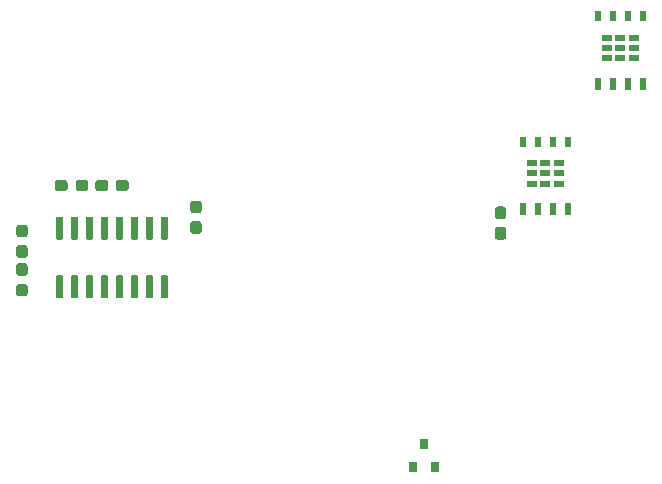
<source format=gbr>
G04 #@! TF.GenerationSoftware,KiCad,Pcbnew,5.1.5-52549c5~84~ubuntu18.04.1*
G04 #@! TF.CreationDate,2020-03-02T20:03:48-05:00*
G04 #@! TF.ProjectId,Port_Panel,506f7274-5f50-4616-9e65-6c2e6b696361,rev?*
G04 #@! TF.SameCoordinates,Original*
G04 #@! TF.FileFunction,Paste,Bot*
G04 #@! TF.FilePolarity,Positive*
%FSLAX46Y46*%
G04 Gerber Fmt 4.6, Leading zero omitted, Abs format (unit mm)*
G04 Created by KiCad (PCBNEW 5.1.5-52549c5~84~ubuntu18.04.1) date 2020-03-02 20:03:48*
%MOMM*%
%LPD*%
G04 APERTURE LIST*
%ADD10R,0.900000X0.600000*%
%ADD11R,0.600000X0.900000*%
%ADD12R,0.600000X1.050000*%
%ADD13C,0.100000*%
%ADD14R,0.800000X0.900000*%
G04 APERTURE END LIST*
D10*
X154305000Y-49345000D03*
D11*
X153705000Y-46645000D03*
D12*
X152395000Y-52365000D03*
X153665000Y-52365000D03*
X156215000Y-52365000D03*
X154945000Y-52365000D03*
D11*
X154905000Y-46645000D03*
X152425000Y-46645000D03*
X156185000Y-46645000D03*
D10*
X154305000Y-50195000D03*
X154305000Y-48495000D03*
X153155000Y-48495000D03*
X153155000Y-50195000D03*
X153155000Y-49345000D03*
X155455000Y-48495000D03*
X155455000Y-50195000D03*
X155455000Y-49345000D03*
D13*
G36*
X103892779Y-67548144D02*
G01*
X103915834Y-67551563D01*
X103938443Y-67557227D01*
X103960387Y-67565079D01*
X103981457Y-67575044D01*
X104001448Y-67587026D01*
X104020168Y-67600910D01*
X104037438Y-67616562D01*
X104053090Y-67633832D01*
X104066974Y-67652552D01*
X104078956Y-67672543D01*
X104088921Y-67693613D01*
X104096773Y-67715557D01*
X104102437Y-67738166D01*
X104105856Y-67761221D01*
X104107000Y-67784500D01*
X104107000Y-68359500D01*
X104105856Y-68382779D01*
X104102437Y-68405834D01*
X104096773Y-68428443D01*
X104088921Y-68450387D01*
X104078956Y-68471457D01*
X104066974Y-68491448D01*
X104053090Y-68510168D01*
X104037438Y-68527438D01*
X104020168Y-68543090D01*
X104001448Y-68556974D01*
X103981457Y-68568956D01*
X103960387Y-68578921D01*
X103938443Y-68586773D01*
X103915834Y-68592437D01*
X103892779Y-68595856D01*
X103869500Y-68597000D01*
X103394500Y-68597000D01*
X103371221Y-68595856D01*
X103348166Y-68592437D01*
X103325557Y-68586773D01*
X103303613Y-68578921D01*
X103282543Y-68568956D01*
X103262552Y-68556974D01*
X103243832Y-68543090D01*
X103226562Y-68527438D01*
X103210910Y-68510168D01*
X103197026Y-68491448D01*
X103185044Y-68471457D01*
X103175079Y-68450387D01*
X103167227Y-68428443D01*
X103161563Y-68405834D01*
X103158144Y-68382779D01*
X103157000Y-68359500D01*
X103157000Y-67784500D01*
X103158144Y-67761221D01*
X103161563Y-67738166D01*
X103167227Y-67715557D01*
X103175079Y-67693613D01*
X103185044Y-67672543D01*
X103197026Y-67652552D01*
X103210910Y-67633832D01*
X103226562Y-67616562D01*
X103243832Y-67600910D01*
X103262552Y-67587026D01*
X103282543Y-67575044D01*
X103303613Y-67565079D01*
X103325557Y-67557227D01*
X103348166Y-67551563D01*
X103371221Y-67548144D01*
X103394500Y-67547000D01*
X103869500Y-67547000D01*
X103892779Y-67548144D01*
G37*
G36*
X103892779Y-69298144D02*
G01*
X103915834Y-69301563D01*
X103938443Y-69307227D01*
X103960387Y-69315079D01*
X103981457Y-69325044D01*
X104001448Y-69337026D01*
X104020168Y-69350910D01*
X104037438Y-69366562D01*
X104053090Y-69383832D01*
X104066974Y-69402552D01*
X104078956Y-69422543D01*
X104088921Y-69443613D01*
X104096773Y-69465557D01*
X104102437Y-69488166D01*
X104105856Y-69511221D01*
X104107000Y-69534500D01*
X104107000Y-70109500D01*
X104105856Y-70132779D01*
X104102437Y-70155834D01*
X104096773Y-70178443D01*
X104088921Y-70200387D01*
X104078956Y-70221457D01*
X104066974Y-70241448D01*
X104053090Y-70260168D01*
X104037438Y-70277438D01*
X104020168Y-70293090D01*
X104001448Y-70306974D01*
X103981457Y-70318956D01*
X103960387Y-70328921D01*
X103938443Y-70336773D01*
X103915834Y-70342437D01*
X103892779Y-70345856D01*
X103869500Y-70347000D01*
X103394500Y-70347000D01*
X103371221Y-70345856D01*
X103348166Y-70342437D01*
X103325557Y-70336773D01*
X103303613Y-70328921D01*
X103282543Y-70318956D01*
X103262552Y-70306974D01*
X103243832Y-70293090D01*
X103226562Y-70277438D01*
X103210910Y-70260168D01*
X103197026Y-70241448D01*
X103185044Y-70221457D01*
X103175079Y-70200387D01*
X103167227Y-70178443D01*
X103161563Y-70155834D01*
X103158144Y-70132779D01*
X103157000Y-70109500D01*
X103157000Y-69534500D01*
X103158144Y-69511221D01*
X103161563Y-69488166D01*
X103167227Y-69465557D01*
X103175079Y-69443613D01*
X103185044Y-69422543D01*
X103197026Y-69402552D01*
X103210910Y-69383832D01*
X103226562Y-69366562D01*
X103243832Y-69350910D01*
X103262552Y-69337026D01*
X103282543Y-69325044D01*
X103303613Y-69315079D01*
X103325557Y-69307227D01*
X103348166Y-69301563D01*
X103371221Y-69298144D01*
X103394500Y-69297000D01*
X103869500Y-69297000D01*
X103892779Y-69298144D01*
G37*
G36*
X112437779Y-60486144D02*
G01*
X112460834Y-60489563D01*
X112483443Y-60495227D01*
X112505387Y-60503079D01*
X112526457Y-60513044D01*
X112546448Y-60525026D01*
X112565168Y-60538910D01*
X112582438Y-60554562D01*
X112598090Y-60571832D01*
X112611974Y-60590552D01*
X112623956Y-60610543D01*
X112633921Y-60631613D01*
X112641773Y-60653557D01*
X112647437Y-60676166D01*
X112650856Y-60699221D01*
X112652000Y-60722500D01*
X112652000Y-61197500D01*
X112650856Y-61220779D01*
X112647437Y-61243834D01*
X112641773Y-61266443D01*
X112633921Y-61288387D01*
X112623956Y-61309457D01*
X112611974Y-61329448D01*
X112598090Y-61348168D01*
X112582438Y-61365438D01*
X112565168Y-61381090D01*
X112546448Y-61394974D01*
X112526457Y-61406956D01*
X112505387Y-61416921D01*
X112483443Y-61424773D01*
X112460834Y-61430437D01*
X112437779Y-61433856D01*
X112414500Y-61435000D01*
X111839500Y-61435000D01*
X111816221Y-61433856D01*
X111793166Y-61430437D01*
X111770557Y-61424773D01*
X111748613Y-61416921D01*
X111727543Y-61406956D01*
X111707552Y-61394974D01*
X111688832Y-61381090D01*
X111671562Y-61365438D01*
X111655910Y-61348168D01*
X111642026Y-61329448D01*
X111630044Y-61309457D01*
X111620079Y-61288387D01*
X111612227Y-61266443D01*
X111606563Y-61243834D01*
X111603144Y-61220779D01*
X111602000Y-61197500D01*
X111602000Y-60722500D01*
X111603144Y-60699221D01*
X111606563Y-60676166D01*
X111612227Y-60653557D01*
X111620079Y-60631613D01*
X111630044Y-60610543D01*
X111642026Y-60590552D01*
X111655910Y-60571832D01*
X111671562Y-60554562D01*
X111688832Y-60538910D01*
X111707552Y-60525026D01*
X111727543Y-60513044D01*
X111748613Y-60503079D01*
X111770557Y-60495227D01*
X111793166Y-60489563D01*
X111816221Y-60486144D01*
X111839500Y-60485000D01*
X112414500Y-60485000D01*
X112437779Y-60486144D01*
G37*
G36*
X110687779Y-60486144D02*
G01*
X110710834Y-60489563D01*
X110733443Y-60495227D01*
X110755387Y-60503079D01*
X110776457Y-60513044D01*
X110796448Y-60525026D01*
X110815168Y-60538910D01*
X110832438Y-60554562D01*
X110848090Y-60571832D01*
X110861974Y-60590552D01*
X110873956Y-60610543D01*
X110883921Y-60631613D01*
X110891773Y-60653557D01*
X110897437Y-60676166D01*
X110900856Y-60699221D01*
X110902000Y-60722500D01*
X110902000Y-61197500D01*
X110900856Y-61220779D01*
X110897437Y-61243834D01*
X110891773Y-61266443D01*
X110883921Y-61288387D01*
X110873956Y-61309457D01*
X110861974Y-61329448D01*
X110848090Y-61348168D01*
X110832438Y-61365438D01*
X110815168Y-61381090D01*
X110796448Y-61394974D01*
X110776457Y-61406956D01*
X110755387Y-61416921D01*
X110733443Y-61424773D01*
X110710834Y-61430437D01*
X110687779Y-61433856D01*
X110664500Y-61435000D01*
X110089500Y-61435000D01*
X110066221Y-61433856D01*
X110043166Y-61430437D01*
X110020557Y-61424773D01*
X109998613Y-61416921D01*
X109977543Y-61406956D01*
X109957552Y-61394974D01*
X109938832Y-61381090D01*
X109921562Y-61365438D01*
X109905910Y-61348168D01*
X109892026Y-61329448D01*
X109880044Y-61309457D01*
X109870079Y-61288387D01*
X109862227Y-61266443D01*
X109856563Y-61243834D01*
X109853144Y-61220779D01*
X109852000Y-61197500D01*
X109852000Y-60722500D01*
X109853144Y-60699221D01*
X109856563Y-60676166D01*
X109862227Y-60653557D01*
X109870079Y-60631613D01*
X109880044Y-60610543D01*
X109892026Y-60590552D01*
X109905910Y-60571832D01*
X109921562Y-60554562D01*
X109938832Y-60538910D01*
X109957552Y-60525026D01*
X109977543Y-60513044D01*
X109998613Y-60503079D01*
X110020557Y-60495227D01*
X110043166Y-60489563D01*
X110066221Y-60486144D01*
X110089500Y-60485000D01*
X110664500Y-60485000D01*
X110687779Y-60486144D01*
G37*
G36*
X109022779Y-60486144D02*
G01*
X109045834Y-60489563D01*
X109068443Y-60495227D01*
X109090387Y-60503079D01*
X109111457Y-60513044D01*
X109131448Y-60525026D01*
X109150168Y-60538910D01*
X109167438Y-60554562D01*
X109183090Y-60571832D01*
X109196974Y-60590552D01*
X109208956Y-60610543D01*
X109218921Y-60631613D01*
X109226773Y-60653557D01*
X109232437Y-60676166D01*
X109235856Y-60699221D01*
X109237000Y-60722500D01*
X109237000Y-61197500D01*
X109235856Y-61220779D01*
X109232437Y-61243834D01*
X109226773Y-61266443D01*
X109218921Y-61288387D01*
X109208956Y-61309457D01*
X109196974Y-61329448D01*
X109183090Y-61348168D01*
X109167438Y-61365438D01*
X109150168Y-61381090D01*
X109131448Y-61394974D01*
X109111457Y-61406956D01*
X109090387Y-61416921D01*
X109068443Y-61424773D01*
X109045834Y-61430437D01*
X109022779Y-61433856D01*
X108999500Y-61435000D01*
X108424500Y-61435000D01*
X108401221Y-61433856D01*
X108378166Y-61430437D01*
X108355557Y-61424773D01*
X108333613Y-61416921D01*
X108312543Y-61406956D01*
X108292552Y-61394974D01*
X108273832Y-61381090D01*
X108256562Y-61365438D01*
X108240910Y-61348168D01*
X108227026Y-61329448D01*
X108215044Y-61309457D01*
X108205079Y-61288387D01*
X108197227Y-61266443D01*
X108191563Y-61243834D01*
X108188144Y-61220779D01*
X108187000Y-61197500D01*
X108187000Y-60722500D01*
X108188144Y-60699221D01*
X108191563Y-60676166D01*
X108197227Y-60653557D01*
X108205079Y-60631613D01*
X108215044Y-60610543D01*
X108227026Y-60590552D01*
X108240910Y-60571832D01*
X108256562Y-60554562D01*
X108273832Y-60538910D01*
X108292552Y-60525026D01*
X108312543Y-60513044D01*
X108333613Y-60503079D01*
X108355557Y-60495227D01*
X108378166Y-60489563D01*
X108401221Y-60486144D01*
X108424500Y-60485000D01*
X108999500Y-60485000D01*
X109022779Y-60486144D01*
G37*
G36*
X107272779Y-60486144D02*
G01*
X107295834Y-60489563D01*
X107318443Y-60495227D01*
X107340387Y-60503079D01*
X107361457Y-60513044D01*
X107381448Y-60525026D01*
X107400168Y-60538910D01*
X107417438Y-60554562D01*
X107433090Y-60571832D01*
X107446974Y-60590552D01*
X107458956Y-60610543D01*
X107468921Y-60631613D01*
X107476773Y-60653557D01*
X107482437Y-60676166D01*
X107485856Y-60699221D01*
X107487000Y-60722500D01*
X107487000Y-61197500D01*
X107485856Y-61220779D01*
X107482437Y-61243834D01*
X107476773Y-61266443D01*
X107468921Y-61288387D01*
X107458956Y-61309457D01*
X107446974Y-61329448D01*
X107433090Y-61348168D01*
X107417438Y-61365438D01*
X107400168Y-61381090D01*
X107381448Y-61394974D01*
X107361457Y-61406956D01*
X107340387Y-61416921D01*
X107318443Y-61424773D01*
X107295834Y-61430437D01*
X107272779Y-61433856D01*
X107249500Y-61435000D01*
X106674500Y-61435000D01*
X106651221Y-61433856D01*
X106628166Y-61430437D01*
X106605557Y-61424773D01*
X106583613Y-61416921D01*
X106562543Y-61406956D01*
X106542552Y-61394974D01*
X106523832Y-61381090D01*
X106506562Y-61365438D01*
X106490910Y-61348168D01*
X106477026Y-61329448D01*
X106465044Y-61309457D01*
X106455079Y-61288387D01*
X106447227Y-61266443D01*
X106441563Y-61243834D01*
X106438144Y-61220779D01*
X106437000Y-61197500D01*
X106437000Y-60722500D01*
X106438144Y-60699221D01*
X106441563Y-60676166D01*
X106447227Y-60653557D01*
X106455079Y-60631613D01*
X106465044Y-60610543D01*
X106477026Y-60590552D01*
X106490910Y-60571832D01*
X106506562Y-60554562D01*
X106523832Y-60538910D01*
X106542552Y-60525026D01*
X106562543Y-60513044D01*
X106583613Y-60503079D01*
X106605557Y-60495227D01*
X106628166Y-60489563D01*
X106651221Y-60486144D01*
X106674500Y-60485000D01*
X107249500Y-60485000D01*
X107272779Y-60486144D01*
G37*
G36*
X103892779Y-66024144D02*
G01*
X103915834Y-66027563D01*
X103938443Y-66033227D01*
X103960387Y-66041079D01*
X103981457Y-66051044D01*
X104001448Y-66063026D01*
X104020168Y-66076910D01*
X104037438Y-66092562D01*
X104053090Y-66109832D01*
X104066974Y-66128552D01*
X104078956Y-66148543D01*
X104088921Y-66169613D01*
X104096773Y-66191557D01*
X104102437Y-66214166D01*
X104105856Y-66237221D01*
X104107000Y-66260500D01*
X104107000Y-66835500D01*
X104105856Y-66858779D01*
X104102437Y-66881834D01*
X104096773Y-66904443D01*
X104088921Y-66926387D01*
X104078956Y-66947457D01*
X104066974Y-66967448D01*
X104053090Y-66986168D01*
X104037438Y-67003438D01*
X104020168Y-67019090D01*
X104001448Y-67032974D01*
X103981457Y-67044956D01*
X103960387Y-67054921D01*
X103938443Y-67062773D01*
X103915834Y-67068437D01*
X103892779Y-67071856D01*
X103869500Y-67073000D01*
X103394500Y-67073000D01*
X103371221Y-67071856D01*
X103348166Y-67068437D01*
X103325557Y-67062773D01*
X103303613Y-67054921D01*
X103282543Y-67044956D01*
X103262552Y-67032974D01*
X103243832Y-67019090D01*
X103226562Y-67003438D01*
X103210910Y-66986168D01*
X103197026Y-66967448D01*
X103185044Y-66947457D01*
X103175079Y-66926387D01*
X103167227Y-66904443D01*
X103161563Y-66881834D01*
X103158144Y-66858779D01*
X103157000Y-66835500D01*
X103157000Y-66260500D01*
X103158144Y-66237221D01*
X103161563Y-66214166D01*
X103167227Y-66191557D01*
X103175079Y-66169613D01*
X103185044Y-66148543D01*
X103197026Y-66128552D01*
X103210910Y-66109832D01*
X103226562Y-66092562D01*
X103243832Y-66076910D01*
X103262552Y-66063026D01*
X103282543Y-66051044D01*
X103303613Y-66041079D01*
X103325557Y-66033227D01*
X103348166Y-66027563D01*
X103371221Y-66024144D01*
X103394500Y-66023000D01*
X103869500Y-66023000D01*
X103892779Y-66024144D01*
G37*
G36*
X103892779Y-64274144D02*
G01*
X103915834Y-64277563D01*
X103938443Y-64283227D01*
X103960387Y-64291079D01*
X103981457Y-64301044D01*
X104001448Y-64313026D01*
X104020168Y-64326910D01*
X104037438Y-64342562D01*
X104053090Y-64359832D01*
X104066974Y-64378552D01*
X104078956Y-64398543D01*
X104088921Y-64419613D01*
X104096773Y-64441557D01*
X104102437Y-64464166D01*
X104105856Y-64487221D01*
X104107000Y-64510500D01*
X104107000Y-65085500D01*
X104105856Y-65108779D01*
X104102437Y-65131834D01*
X104096773Y-65154443D01*
X104088921Y-65176387D01*
X104078956Y-65197457D01*
X104066974Y-65217448D01*
X104053090Y-65236168D01*
X104037438Y-65253438D01*
X104020168Y-65269090D01*
X104001448Y-65282974D01*
X103981457Y-65294956D01*
X103960387Y-65304921D01*
X103938443Y-65312773D01*
X103915834Y-65318437D01*
X103892779Y-65321856D01*
X103869500Y-65323000D01*
X103394500Y-65323000D01*
X103371221Y-65321856D01*
X103348166Y-65318437D01*
X103325557Y-65312773D01*
X103303613Y-65304921D01*
X103282543Y-65294956D01*
X103262552Y-65282974D01*
X103243832Y-65269090D01*
X103226562Y-65253438D01*
X103210910Y-65236168D01*
X103197026Y-65217448D01*
X103185044Y-65197457D01*
X103175079Y-65176387D01*
X103167227Y-65154443D01*
X103161563Y-65131834D01*
X103158144Y-65108779D01*
X103157000Y-65085500D01*
X103157000Y-64510500D01*
X103158144Y-64487221D01*
X103161563Y-64464166D01*
X103167227Y-64441557D01*
X103175079Y-64419613D01*
X103185044Y-64398543D01*
X103197026Y-64378552D01*
X103210910Y-64359832D01*
X103226562Y-64342562D01*
X103243832Y-64326910D01*
X103262552Y-64313026D01*
X103282543Y-64301044D01*
X103303613Y-64291079D01*
X103325557Y-64283227D01*
X103348166Y-64277563D01*
X103371221Y-64274144D01*
X103394500Y-64273000D01*
X103869500Y-64273000D01*
X103892779Y-64274144D01*
G37*
G36*
X118624779Y-63992144D02*
G01*
X118647834Y-63995563D01*
X118670443Y-64001227D01*
X118692387Y-64009079D01*
X118713457Y-64019044D01*
X118733448Y-64031026D01*
X118752168Y-64044910D01*
X118769438Y-64060562D01*
X118785090Y-64077832D01*
X118798974Y-64096552D01*
X118810956Y-64116543D01*
X118820921Y-64137613D01*
X118828773Y-64159557D01*
X118834437Y-64182166D01*
X118837856Y-64205221D01*
X118839000Y-64228500D01*
X118839000Y-64803500D01*
X118837856Y-64826779D01*
X118834437Y-64849834D01*
X118828773Y-64872443D01*
X118820921Y-64894387D01*
X118810956Y-64915457D01*
X118798974Y-64935448D01*
X118785090Y-64954168D01*
X118769438Y-64971438D01*
X118752168Y-64987090D01*
X118733448Y-65000974D01*
X118713457Y-65012956D01*
X118692387Y-65022921D01*
X118670443Y-65030773D01*
X118647834Y-65036437D01*
X118624779Y-65039856D01*
X118601500Y-65041000D01*
X118126500Y-65041000D01*
X118103221Y-65039856D01*
X118080166Y-65036437D01*
X118057557Y-65030773D01*
X118035613Y-65022921D01*
X118014543Y-65012956D01*
X117994552Y-65000974D01*
X117975832Y-64987090D01*
X117958562Y-64971438D01*
X117942910Y-64954168D01*
X117929026Y-64935448D01*
X117917044Y-64915457D01*
X117907079Y-64894387D01*
X117899227Y-64872443D01*
X117893563Y-64849834D01*
X117890144Y-64826779D01*
X117889000Y-64803500D01*
X117889000Y-64228500D01*
X117890144Y-64205221D01*
X117893563Y-64182166D01*
X117899227Y-64159557D01*
X117907079Y-64137613D01*
X117917044Y-64116543D01*
X117929026Y-64096552D01*
X117942910Y-64077832D01*
X117958562Y-64060562D01*
X117975832Y-64044910D01*
X117994552Y-64031026D01*
X118014543Y-64019044D01*
X118035613Y-64009079D01*
X118057557Y-64001227D01*
X118080166Y-63995563D01*
X118103221Y-63992144D01*
X118126500Y-63991000D01*
X118601500Y-63991000D01*
X118624779Y-63992144D01*
G37*
G36*
X118624779Y-62242144D02*
G01*
X118647834Y-62245563D01*
X118670443Y-62251227D01*
X118692387Y-62259079D01*
X118713457Y-62269044D01*
X118733448Y-62281026D01*
X118752168Y-62294910D01*
X118769438Y-62310562D01*
X118785090Y-62327832D01*
X118798974Y-62346552D01*
X118810956Y-62366543D01*
X118820921Y-62387613D01*
X118828773Y-62409557D01*
X118834437Y-62432166D01*
X118837856Y-62455221D01*
X118839000Y-62478500D01*
X118839000Y-63053500D01*
X118837856Y-63076779D01*
X118834437Y-63099834D01*
X118828773Y-63122443D01*
X118820921Y-63144387D01*
X118810956Y-63165457D01*
X118798974Y-63185448D01*
X118785090Y-63204168D01*
X118769438Y-63221438D01*
X118752168Y-63237090D01*
X118733448Y-63250974D01*
X118713457Y-63262956D01*
X118692387Y-63272921D01*
X118670443Y-63280773D01*
X118647834Y-63286437D01*
X118624779Y-63289856D01*
X118601500Y-63291000D01*
X118126500Y-63291000D01*
X118103221Y-63289856D01*
X118080166Y-63286437D01*
X118057557Y-63280773D01*
X118035613Y-63272921D01*
X118014543Y-63262956D01*
X117994552Y-63250974D01*
X117975832Y-63237090D01*
X117958562Y-63221438D01*
X117942910Y-63204168D01*
X117929026Y-63185448D01*
X117917044Y-63165457D01*
X117907079Y-63144387D01*
X117899227Y-63122443D01*
X117893563Y-63099834D01*
X117890144Y-63076779D01*
X117889000Y-63053500D01*
X117889000Y-62478500D01*
X117890144Y-62455221D01*
X117893563Y-62432166D01*
X117899227Y-62409557D01*
X117907079Y-62387613D01*
X117917044Y-62366543D01*
X117929026Y-62346552D01*
X117942910Y-62327832D01*
X117958562Y-62310562D01*
X117975832Y-62294910D01*
X117994552Y-62281026D01*
X118014543Y-62269044D01*
X118035613Y-62259079D01*
X118057557Y-62251227D01*
X118080166Y-62245563D01*
X118103221Y-62242144D01*
X118126500Y-62241000D01*
X118601500Y-62241000D01*
X118624779Y-62242144D01*
G37*
G36*
X106971703Y-68556722D02*
G01*
X106986264Y-68558882D01*
X107000543Y-68562459D01*
X107014403Y-68567418D01*
X107027710Y-68573712D01*
X107040336Y-68581280D01*
X107052159Y-68590048D01*
X107063066Y-68599934D01*
X107072952Y-68610841D01*
X107081720Y-68622664D01*
X107089288Y-68635290D01*
X107095582Y-68648597D01*
X107100541Y-68662457D01*
X107104118Y-68676736D01*
X107106278Y-68691297D01*
X107107000Y-68706000D01*
X107107000Y-70356000D01*
X107106278Y-70370703D01*
X107104118Y-70385264D01*
X107100541Y-70399543D01*
X107095582Y-70413403D01*
X107089288Y-70426710D01*
X107081720Y-70439336D01*
X107072952Y-70451159D01*
X107063066Y-70462066D01*
X107052159Y-70471952D01*
X107040336Y-70480720D01*
X107027710Y-70488288D01*
X107014403Y-70494582D01*
X107000543Y-70499541D01*
X106986264Y-70503118D01*
X106971703Y-70505278D01*
X106957000Y-70506000D01*
X106657000Y-70506000D01*
X106642297Y-70505278D01*
X106627736Y-70503118D01*
X106613457Y-70499541D01*
X106599597Y-70494582D01*
X106586290Y-70488288D01*
X106573664Y-70480720D01*
X106561841Y-70471952D01*
X106550934Y-70462066D01*
X106541048Y-70451159D01*
X106532280Y-70439336D01*
X106524712Y-70426710D01*
X106518418Y-70413403D01*
X106513459Y-70399543D01*
X106509882Y-70385264D01*
X106507722Y-70370703D01*
X106507000Y-70356000D01*
X106507000Y-68706000D01*
X106507722Y-68691297D01*
X106509882Y-68676736D01*
X106513459Y-68662457D01*
X106518418Y-68648597D01*
X106524712Y-68635290D01*
X106532280Y-68622664D01*
X106541048Y-68610841D01*
X106550934Y-68599934D01*
X106561841Y-68590048D01*
X106573664Y-68581280D01*
X106586290Y-68573712D01*
X106599597Y-68567418D01*
X106613457Y-68562459D01*
X106627736Y-68558882D01*
X106642297Y-68556722D01*
X106657000Y-68556000D01*
X106957000Y-68556000D01*
X106971703Y-68556722D01*
G37*
G36*
X108241703Y-68556722D02*
G01*
X108256264Y-68558882D01*
X108270543Y-68562459D01*
X108284403Y-68567418D01*
X108297710Y-68573712D01*
X108310336Y-68581280D01*
X108322159Y-68590048D01*
X108333066Y-68599934D01*
X108342952Y-68610841D01*
X108351720Y-68622664D01*
X108359288Y-68635290D01*
X108365582Y-68648597D01*
X108370541Y-68662457D01*
X108374118Y-68676736D01*
X108376278Y-68691297D01*
X108377000Y-68706000D01*
X108377000Y-70356000D01*
X108376278Y-70370703D01*
X108374118Y-70385264D01*
X108370541Y-70399543D01*
X108365582Y-70413403D01*
X108359288Y-70426710D01*
X108351720Y-70439336D01*
X108342952Y-70451159D01*
X108333066Y-70462066D01*
X108322159Y-70471952D01*
X108310336Y-70480720D01*
X108297710Y-70488288D01*
X108284403Y-70494582D01*
X108270543Y-70499541D01*
X108256264Y-70503118D01*
X108241703Y-70505278D01*
X108227000Y-70506000D01*
X107927000Y-70506000D01*
X107912297Y-70505278D01*
X107897736Y-70503118D01*
X107883457Y-70499541D01*
X107869597Y-70494582D01*
X107856290Y-70488288D01*
X107843664Y-70480720D01*
X107831841Y-70471952D01*
X107820934Y-70462066D01*
X107811048Y-70451159D01*
X107802280Y-70439336D01*
X107794712Y-70426710D01*
X107788418Y-70413403D01*
X107783459Y-70399543D01*
X107779882Y-70385264D01*
X107777722Y-70370703D01*
X107777000Y-70356000D01*
X107777000Y-68706000D01*
X107777722Y-68691297D01*
X107779882Y-68676736D01*
X107783459Y-68662457D01*
X107788418Y-68648597D01*
X107794712Y-68635290D01*
X107802280Y-68622664D01*
X107811048Y-68610841D01*
X107820934Y-68599934D01*
X107831841Y-68590048D01*
X107843664Y-68581280D01*
X107856290Y-68573712D01*
X107869597Y-68567418D01*
X107883457Y-68562459D01*
X107897736Y-68558882D01*
X107912297Y-68556722D01*
X107927000Y-68556000D01*
X108227000Y-68556000D01*
X108241703Y-68556722D01*
G37*
G36*
X109511703Y-68556722D02*
G01*
X109526264Y-68558882D01*
X109540543Y-68562459D01*
X109554403Y-68567418D01*
X109567710Y-68573712D01*
X109580336Y-68581280D01*
X109592159Y-68590048D01*
X109603066Y-68599934D01*
X109612952Y-68610841D01*
X109621720Y-68622664D01*
X109629288Y-68635290D01*
X109635582Y-68648597D01*
X109640541Y-68662457D01*
X109644118Y-68676736D01*
X109646278Y-68691297D01*
X109647000Y-68706000D01*
X109647000Y-70356000D01*
X109646278Y-70370703D01*
X109644118Y-70385264D01*
X109640541Y-70399543D01*
X109635582Y-70413403D01*
X109629288Y-70426710D01*
X109621720Y-70439336D01*
X109612952Y-70451159D01*
X109603066Y-70462066D01*
X109592159Y-70471952D01*
X109580336Y-70480720D01*
X109567710Y-70488288D01*
X109554403Y-70494582D01*
X109540543Y-70499541D01*
X109526264Y-70503118D01*
X109511703Y-70505278D01*
X109497000Y-70506000D01*
X109197000Y-70506000D01*
X109182297Y-70505278D01*
X109167736Y-70503118D01*
X109153457Y-70499541D01*
X109139597Y-70494582D01*
X109126290Y-70488288D01*
X109113664Y-70480720D01*
X109101841Y-70471952D01*
X109090934Y-70462066D01*
X109081048Y-70451159D01*
X109072280Y-70439336D01*
X109064712Y-70426710D01*
X109058418Y-70413403D01*
X109053459Y-70399543D01*
X109049882Y-70385264D01*
X109047722Y-70370703D01*
X109047000Y-70356000D01*
X109047000Y-68706000D01*
X109047722Y-68691297D01*
X109049882Y-68676736D01*
X109053459Y-68662457D01*
X109058418Y-68648597D01*
X109064712Y-68635290D01*
X109072280Y-68622664D01*
X109081048Y-68610841D01*
X109090934Y-68599934D01*
X109101841Y-68590048D01*
X109113664Y-68581280D01*
X109126290Y-68573712D01*
X109139597Y-68567418D01*
X109153457Y-68562459D01*
X109167736Y-68558882D01*
X109182297Y-68556722D01*
X109197000Y-68556000D01*
X109497000Y-68556000D01*
X109511703Y-68556722D01*
G37*
G36*
X110781703Y-68556722D02*
G01*
X110796264Y-68558882D01*
X110810543Y-68562459D01*
X110824403Y-68567418D01*
X110837710Y-68573712D01*
X110850336Y-68581280D01*
X110862159Y-68590048D01*
X110873066Y-68599934D01*
X110882952Y-68610841D01*
X110891720Y-68622664D01*
X110899288Y-68635290D01*
X110905582Y-68648597D01*
X110910541Y-68662457D01*
X110914118Y-68676736D01*
X110916278Y-68691297D01*
X110917000Y-68706000D01*
X110917000Y-70356000D01*
X110916278Y-70370703D01*
X110914118Y-70385264D01*
X110910541Y-70399543D01*
X110905582Y-70413403D01*
X110899288Y-70426710D01*
X110891720Y-70439336D01*
X110882952Y-70451159D01*
X110873066Y-70462066D01*
X110862159Y-70471952D01*
X110850336Y-70480720D01*
X110837710Y-70488288D01*
X110824403Y-70494582D01*
X110810543Y-70499541D01*
X110796264Y-70503118D01*
X110781703Y-70505278D01*
X110767000Y-70506000D01*
X110467000Y-70506000D01*
X110452297Y-70505278D01*
X110437736Y-70503118D01*
X110423457Y-70499541D01*
X110409597Y-70494582D01*
X110396290Y-70488288D01*
X110383664Y-70480720D01*
X110371841Y-70471952D01*
X110360934Y-70462066D01*
X110351048Y-70451159D01*
X110342280Y-70439336D01*
X110334712Y-70426710D01*
X110328418Y-70413403D01*
X110323459Y-70399543D01*
X110319882Y-70385264D01*
X110317722Y-70370703D01*
X110317000Y-70356000D01*
X110317000Y-68706000D01*
X110317722Y-68691297D01*
X110319882Y-68676736D01*
X110323459Y-68662457D01*
X110328418Y-68648597D01*
X110334712Y-68635290D01*
X110342280Y-68622664D01*
X110351048Y-68610841D01*
X110360934Y-68599934D01*
X110371841Y-68590048D01*
X110383664Y-68581280D01*
X110396290Y-68573712D01*
X110409597Y-68567418D01*
X110423457Y-68562459D01*
X110437736Y-68558882D01*
X110452297Y-68556722D01*
X110467000Y-68556000D01*
X110767000Y-68556000D01*
X110781703Y-68556722D01*
G37*
G36*
X112051703Y-68556722D02*
G01*
X112066264Y-68558882D01*
X112080543Y-68562459D01*
X112094403Y-68567418D01*
X112107710Y-68573712D01*
X112120336Y-68581280D01*
X112132159Y-68590048D01*
X112143066Y-68599934D01*
X112152952Y-68610841D01*
X112161720Y-68622664D01*
X112169288Y-68635290D01*
X112175582Y-68648597D01*
X112180541Y-68662457D01*
X112184118Y-68676736D01*
X112186278Y-68691297D01*
X112187000Y-68706000D01*
X112187000Y-70356000D01*
X112186278Y-70370703D01*
X112184118Y-70385264D01*
X112180541Y-70399543D01*
X112175582Y-70413403D01*
X112169288Y-70426710D01*
X112161720Y-70439336D01*
X112152952Y-70451159D01*
X112143066Y-70462066D01*
X112132159Y-70471952D01*
X112120336Y-70480720D01*
X112107710Y-70488288D01*
X112094403Y-70494582D01*
X112080543Y-70499541D01*
X112066264Y-70503118D01*
X112051703Y-70505278D01*
X112037000Y-70506000D01*
X111737000Y-70506000D01*
X111722297Y-70505278D01*
X111707736Y-70503118D01*
X111693457Y-70499541D01*
X111679597Y-70494582D01*
X111666290Y-70488288D01*
X111653664Y-70480720D01*
X111641841Y-70471952D01*
X111630934Y-70462066D01*
X111621048Y-70451159D01*
X111612280Y-70439336D01*
X111604712Y-70426710D01*
X111598418Y-70413403D01*
X111593459Y-70399543D01*
X111589882Y-70385264D01*
X111587722Y-70370703D01*
X111587000Y-70356000D01*
X111587000Y-68706000D01*
X111587722Y-68691297D01*
X111589882Y-68676736D01*
X111593459Y-68662457D01*
X111598418Y-68648597D01*
X111604712Y-68635290D01*
X111612280Y-68622664D01*
X111621048Y-68610841D01*
X111630934Y-68599934D01*
X111641841Y-68590048D01*
X111653664Y-68581280D01*
X111666290Y-68573712D01*
X111679597Y-68567418D01*
X111693457Y-68562459D01*
X111707736Y-68558882D01*
X111722297Y-68556722D01*
X111737000Y-68556000D01*
X112037000Y-68556000D01*
X112051703Y-68556722D01*
G37*
G36*
X113321703Y-68556722D02*
G01*
X113336264Y-68558882D01*
X113350543Y-68562459D01*
X113364403Y-68567418D01*
X113377710Y-68573712D01*
X113390336Y-68581280D01*
X113402159Y-68590048D01*
X113413066Y-68599934D01*
X113422952Y-68610841D01*
X113431720Y-68622664D01*
X113439288Y-68635290D01*
X113445582Y-68648597D01*
X113450541Y-68662457D01*
X113454118Y-68676736D01*
X113456278Y-68691297D01*
X113457000Y-68706000D01*
X113457000Y-70356000D01*
X113456278Y-70370703D01*
X113454118Y-70385264D01*
X113450541Y-70399543D01*
X113445582Y-70413403D01*
X113439288Y-70426710D01*
X113431720Y-70439336D01*
X113422952Y-70451159D01*
X113413066Y-70462066D01*
X113402159Y-70471952D01*
X113390336Y-70480720D01*
X113377710Y-70488288D01*
X113364403Y-70494582D01*
X113350543Y-70499541D01*
X113336264Y-70503118D01*
X113321703Y-70505278D01*
X113307000Y-70506000D01*
X113007000Y-70506000D01*
X112992297Y-70505278D01*
X112977736Y-70503118D01*
X112963457Y-70499541D01*
X112949597Y-70494582D01*
X112936290Y-70488288D01*
X112923664Y-70480720D01*
X112911841Y-70471952D01*
X112900934Y-70462066D01*
X112891048Y-70451159D01*
X112882280Y-70439336D01*
X112874712Y-70426710D01*
X112868418Y-70413403D01*
X112863459Y-70399543D01*
X112859882Y-70385264D01*
X112857722Y-70370703D01*
X112857000Y-70356000D01*
X112857000Y-68706000D01*
X112857722Y-68691297D01*
X112859882Y-68676736D01*
X112863459Y-68662457D01*
X112868418Y-68648597D01*
X112874712Y-68635290D01*
X112882280Y-68622664D01*
X112891048Y-68610841D01*
X112900934Y-68599934D01*
X112911841Y-68590048D01*
X112923664Y-68581280D01*
X112936290Y-68573712D01*
X112949597Y-68567418D01*
X112963457Y-68562459D01*
X112977736Y-68558882D01*
X112992297Y-68556722D01*
X113007000Y-68556000D01*
X113307000Y-68556000D01*
X113321703Y-68556722D01*
G37*
G36*
X114591703Y-68556722D02*
G01*
X114606264Y-68558882D01*
X114620543Y-68562459D01*
X114634403Y-68567418D01*
X114647710Y-68573712D01*
X114660336Y-68581280D01*
X114672159Y-68590048D01*
X114683066Y-68599934D01*
X114692952Y-68610841D01*
X114701720Y-68622664D01*
X114709288Y-68635290D01*
X114715582Y-68648597D01*
X114720541Y-68662457D01*
X114724118Y-68676736D01*
X114726278Y-68691297D01*
X114727000Y-68706000D01*
X114727000Y-70356000D01*
X114726278Y-70370703D01*
X114724118Y-70385264D01*
X114720541Y-70399543D01*
X114715582Y-70413403D01*
X114709288Y-70426710D01*
X114701720Y-70439336D01*
X114692952Y-70451159D01*
X114683066Y-70462066D01*
X114672159Y-70471952D01*
X114660336Y-70480720D01*
X114647710Y-70488288D01*
X114634403Y-70494582D01*
X114620543Y-70499541D01*
X114606264Y-70503118D01*
X114591703Y-70505278D01*
X114577000Y-70506000D01*
X114277000Y-70506000D01*
X114262297Y-70505278D01*
X114247736Y-70503118D01*
X114233457Y-70499541D01*
X114219597Y-70494582D01*
X114206290Y-70488288D01*
X114193664Y-70480720D01*
X114181841Y-70471952D01*
X114170934Y-70462066D01*
X114161048Y-70451159D01*
X114152280Y-70439336D01*
X114144712Y-70426710D01*
X114138418Y-70413403D01*
X114133459Y-70399543D01*
X114129882Y-70385264D01*
X114127722Y-70370703D01*
X114127000Y-70356000D01*
X114127000Y-68706000D01*
X114127722Y-68691297D01*
X114129882Y-68676736D01*
X114133459Y-68662457D01*
X114138418Y-68648597D01*
X114144712Y-68635290D01*
X114152280Y-68622664D01*
X114161048Y-68610841D01*
X114170934Y-68599934D01*
X114181841Y-68590048D01*
X114193664Y-68581280D01*
X114206290Y-68573712D01*
X114219597Y-68567418D01*
X114233457Y-68562459D01*
X114247736Y-68558882D01*
X114262297Y-68556722D01*
X114277000Y-68556000D01*
X114577000Y-68556000D01*
X114591703Y-68556722D01*
G37*
G36*
X115861703Y-68556722D02*
G01*
X115876264Y-68558882D01*
X115890543Y-68562459D01*
X115904403Y-68567418D01*
X115917710Y-68573712D01*
X115930336Y-68581280D01*
X115942159Y-68590048D01*
X115953066Y-68599934D01*
X115962952Y-68610841D01*
X115971720Y-68622664D01*
X115979288Y-68635290D01*
X115985582Y-68648597D01*
X115990541Y-68662457D01*
X115994118Y-68676736D01*
X115996278Y-68691297D01*
X115997000Y-68706000D01*
X115997000Y-70356000D01*
X115996278Y-70370703D01*
X115994118Y-70385264D01*
X115990541Y-70399543D01*
X115985582Y-70413403D01*
X115979288Y-70426710D01*
X115971720Y-70439336D01*
X115962952Y-70451159D01*
X115953066Y-70462066D01*
X115942159Y-70471952D01*
X115930336Y-70480720D01*
X115917710Y-70488288D01*
X115904403Y-70494582D01*
X115890543Y-70499541D01*
X115876264Y-70503118D01*
X115861703Y-70505278D01*
X115847000Y-70506000D01*
X115547000Y-70506000D01*
X115532297Y-70505278D01*
X115517736Y-70503118D01*
X115503457Y-70499541D01*
X115489597Y-70494582D01*
X115476290Y-70488288D01*
X115463664Y-70480720D01*
X115451841Y-70471952D01*
X115440934Y-70462066D01*
X115431048Y-70451159D01*
X115422280Y-70439336D01*
X115414712Y-70426710D01*
X115408418Y-70413403D01*
X115403459Y-70399543D01*
X115399882Y-70385264D01*
X115397722Y-70370703D01*
X115397000Y-70356000D01*
X115397000Y-68706000D01*
X115397722Y-68691297D01*
X115399882Y-68676736D01*
X115403459Y-68662457D01*
X115408418Y-68648597D01*
X115414712Y-68635290D01*
X115422280Y-68622664D01*
X115431048Y-68610841D01*
X115440934Y-68599934D01*
X115451841Y-68590048D01*
X115463664Y-68581280D01*
X115476290Y-68573712D01*
X115489597Y-68567418D01*
X115503457Y-68562459D01*
X115517736Y-68558882D01*
X115532297Y-68556722D01*
X115547000Y-68556000D01*
X115847000Y-68556000D01*
X115861703Y-68556722D01*
G37*
G36*
X115861703Y-63606722D02*
G01*
X115876264Y-63608882D01*
X115890543Y-63612459D01*
X115904403Y-63617418D01*
X115917710Y-63623712D01*
X115930336Y-63631280D01*
X115942159Y-63640048D01*
X115953066Y-63649934D01*
X115962952Y-63660841D01*
X115971720Y-63672664D01*
X115979288Y-63685290D01*
X115985582Y-63698597D01*
X115990541Y-63712457D01*
X115994118Y-63726736D01*
X115996278Y-63741297D01*
X115997000Y-63756000D01*
X115997000Y-65406000D01*
X115996278Y-65420703D01*
X115994118Y-65435264D01*
X115990541Y-65449543D01*
X115985582Y-65463403D01*
X115979288Y-65476710D01*
X115971720Y-65489336D01*
X115962952Y-65501159D01*
X115953066Y-65512066D01*
X115942159Y-65521952D01*
X115930336Y-65530720D01*
X115917710Y-65538288D01*
X115904403Y-65544582D01*
X115890543Y-65549541D01*
X115876264Y-65553118D01*
X115861703Y-65555278D01*
X115847000Y-65556000D01*
X115547000Y-65556000D01*
X115532297Y-65555278D01*
X115517736Y-65553118D01*
X115503457Y-65549541D01*
X115489597Y-65544582D01*
X115476290Y-65538288D01*
X115463664Y-65530720D01*
X115451841Y-65521952D01*
X115440934Y-65512066D01*
X115431048Y-65501159D01*
X115422280Y-65489336D01*
X115414712Y-65476710D01*
X115408418Y-65463403D01*
X115403459Y-65449543D01*
X115399882Y-65435264D01*
X115397722Y-65420703D01*
X115397000Y-65406000D01*
X115397000Y-63756000D01*
X115397722Y-63741297D01*
X115399882Y-63726736D01*
X115403459Y-63712457D01*
X115408418Y-63698597D01*
X115414712Y-63685290D01*
X115422280Y-63672664D01*
X115431048Y-63660841D01*
X115440934Y-63649934D01*
X115451841Y-63640048D01*
X115463664Y-63631280D01*
X115476290Y-63623712D01*
X115489597Y-63617418D01*
X115503457Y-63612459D01*
X115517736Y-63608882D01*
X115532297Y-63606722D01*
X115547000Y-63606000D01*
X115847000Y-63606000D01*
X115861703Y-63606722D01*
G37*
G36*
X114591703Y-63606722D02*
G01*
X114606264Y-63608882D01*
X114620543Y-63612459D01*
X114634403Y-63617418D01*
X114647710Y-63623712D01*
X114660336Y-63631280D01*
X114672159Y-63640048D01*
X114683066Y-63649934D01*
X114692952Y-63660841D01*
X114701720Y-63672664D01*
X114709288Y-63685290D01*
X114715582Y-63698597D01*
X114720541Y-63712457D01*
X114724118Y-63726736D01*
X114726278Y-63741297D01*
X114727000Y-63756000D01*
X114727000Y-65406000D01*
X114726278Y-65420703D01*
X114724118Y-65435264D01*
X114720541Y-65449543D01*
X114715582Y-65463403D01*
X114709288Y-65476710D01*
X114701720Y-65489336D01*
X114692952Y-65501159D01*
X114683066Y-65512066D01*
X114672159Y-65521952D01*
X114660336Y-65530720D01*
X114647710Y-65538288D01*
X114634403Y-65544582D01*
X114620543Y-65549541D01*
X114606264Y-65553118D01*
X114591703Y-65555278D01*
X114577000Y-65556000D01*
X114277000Y-65556000D01*
X114262297Y-65555278D01*
X114247736Y-65553118D01*
X114233457Y-65549541D01*
X114219597Y-65544582D01*
X114206290Y-65538288D01*
X114193664Y-65530720D01*
X114181841Y-65521952D01*
X114170934Y-65512066D01*
X114161048Y-65501159D01*
X114152280Y-65489336D01*
X114144712Y-65476710D01*
X114138418Y-65463403D01*
X114133459Y-65449543D01*
X114129882Y-65435264D01*
X114127722Y-65420703D01*
X114127000Y-65406000D01*
X114127000Y-63756000D01*
X114127722Y-63741297D01*
X114129882Y-63726736D01*
X114133459Y-63712457D01*
X114138418Y-63698597D01*
X114144712Y-63685290D01*
X114152280Y-63672664D01*
X114161048Y-63660841D01*
X114170934Y-63649934D01*
X114181841Y-63640048D01*
X114193664Y-63631280D01*
X114206290Y-63623712D01*
X114219597Y-63617418D01*
X114233457Y-63612459D01*
X114247736Y-63608882D01*
X114262297Y-63606722D01*
X114277000Y-63606000D01*
X114577000Y-63606000D01*
X114591703Y-63606722D01*
G37*
G36*
X113321703Y-63606722D02*
G01*
X113336264Y-63608882D01*
X113350543Y-63612459D01*
X113364403Y-63617418D01*
X113377710Y-63623712D01*
X113390336Y-63631280D01*
X113402159Y-63640048D01*
X113413066Y-63649934D01*
X113422952Y-63660841D01*
X113431720Y-63672664D01*
X113439288Y-63685290D01*
X113445582Y-63698597D01*
X113450541Y-63712457D01*
X113454118Y-63726736D01*
X113456278Y-63741297D01*
X113457000Y-63756000D01*
X113457000Y-65406000D01*
X113456278Y-65420703D01*
X113454118Y-65435264D01*
X113450541Y-65449543D01*
X113445582Y-65463403D01*
X113439288Y-65476710D01*
X113431720Y-65489336D01*
X113422952Y-65501159D01*
X113413066Y-65512066D01*
X113402159Y-65521952D01*
X113390336Y-65530720D01*
X113377710Y-65538288D01*
X113364403Y-65544582D01*
X113350543Y-65549541D01*
X113336264Y-65553118D01*
X113321703Y-65555278D01*
X113307000Y-65556000D01*
X113007000Y-65556000D01*
X112992297Y-65555278D01*
X112977736Y-65553118D01*
X112963457Y-65549541D01*
X112949597Y-65544582D01*
X112936290Y-65538288D01*
X112923664Y-65530720D01*
X112911841Y-65521952D01*
X112900934Y-65512066D01*
X112891048Y-65501159D01*
X112882280Y-65489336D01*
X112874712Y-65476710D01*
X112868418Y-65463403D01*
X112863459Y-65449543D01*
X112859882Y-65435264D01*
X112857722Y-65420703D01*
X112857000Y-65406000D01*
X112857000Y-63756000D01*
X112857722Y-63741297D01*
X112859882Y-63726736D01*
X112863459Y-63712457D01*
X112868418Y-63698597D01*
X112874712Y-63685290D01*
X112882280Y-63672664D01*
X112891048Y-63660841D01*
X112900934Y-63649934D01*
X112911841Y-63640048D01*
X112923664Y-63631280D01*
X112936290Y-63623712D01*
X112949597Y-63617418D01*
X112963457Y-63612459D01*
X112977736Y-63608882D01*
X112992297Y-63606722D01*
X113007000Y-63606000D01*
X113307000Y-63606000D01*
X113321703Y-63606722D01*
G37*
G36*
X112051703Y-63606722D02*
G01*
X112066264Y-63608882D01*
X112080543Y-63612459D01*
X112094403Y-63617418D01*
X112107710Y-63623712D01*
X112120336Y-63631280D01*
X112132159Y-63640048D01*
X112143066Y-63649934D01*
X112152952Y-63660841D01*
X112161720Y-63672664D01*
X112169288Y-63685290D01*
X112175582Y-63698597D01*
X112180541Y-63712457D01*
X112184118Y-63726736D01*
X112186278Y-63741297D01*
X112187000Y-63756000D01*
X112187000Y-65406000D01*
X112186278Y-65420703D01*
X112184118Y-65435264D01*
X112180541Y-65449543D01*
X112175582Y-65463403D01*
X112169288Y-65476710D01*
X112161720Y-65489336D01*
X112152952Y-65501159D01*
X112143066Y-65512066D01*
X112132159Y-65521952D01*
X112120336Y-65530720D01*
X112107710Y-65538288D01*
X112094403Y-65544582D01*
X112080543Y-65549541D01*
X112066264Y-65553118D01*
X112051703Y-65555278D01*
X112037000Y-65556000D01*
X111737000Y-65556000D01*
X111722297Y-65555278D01*
X111707736Y-65553118D01*
X111693457Y-65549541D01*
X111679597Y-65544582D01*
X111666290Y-65538288D01*
X111653664Y-65530720D01*
X111641841Y-65521952D01*
X111630934Y-65512066D01*
X111621048Y-65501159D01*
X111612280Y-65489336D01*
X111604712Y-65476710D01*
X111598418Y-65463403D01*
X111593459Y-65449543D01*
X111589882Y-65435264D01*
X111587722Y-65420703D01*
X111587000Y-65406000D01*
X111587000Y-63756000D01*
X111587722Y-63741297D01*
X111589882Y-63726736D01*
X111593459Y-63712457D01*
X111598418Y-63698597D01*
X111604712Y-63685290D01*
X111612280Y-63672664D01*
X111621048Y-63660841D01*
X111630934Y-63649934D01*
X111641841Y-63640048D01*
X111653664Y-63631280D01*
X111666290Y-63623712D01*
X111679597Y-63617418D01*
X111693457Y-63612459D01*
X111707736Y-63608882D01*
X111722297Y-63606722D01*
X111737000Y-63606000D01*
X112037000Y-63606000D01*
X112051703Y-63606722D01*
G37*
G36*
X110781703Y-63606722D02*
G01*
X110796264Y-63608882D01*
X110810543Y-63612459D01*
X110824403Y-63617418D01*
X110837710Y-63623712D01*
X110850336Y-63631280D01*
X110862159Y-63640048D01*
X110873066Y-63649934D01*
X110882952Y-63660841D01*
X110891720Y-63672664D01*
X110899288Y-63685290D01*
X110905582Y-63698597D01*
X110910541Y-63712457D01*
X110914118Y-63726736D01*
X110916278Y-63741297D01*
X110917000Y-63756000D01*
X110917000Y-65406000D01*
X110916278Y-65420703D01*
X110914118Y-65435264D01*
X110910541Y-65449543D01*
X110905582Y-65463403D01*
X110899288Y-65476710D01*
X110891720Y-65489336D01*
X110882952Y-65501159D01*
X110873066Y-65512066D01*
X110862159Y-65521952D01*
X110850336Y-65530720D01*
X110837710Y-65538288D01*
X110824403Y-65544582D01*
X110810543Y-65549541D01*
X110796264Y-65553118D01*
X110781703Y-65555278D01*
X110767000Y-65556000D01*
X110467000Y-65556000D01*
X110452297Y-65555278D01*
X110437736Y-65553118D01*
X110423457Y-65549541D01*
X110409597Y-65544582D01*
X110396290Y-65538288D01*
X110383664Y-65530720D01*
X110371841Y-65521952D01*
X110360934Y-65512066D01*
X110351048Y-65501159D01*
X110342280Y-65489336D01*
X110334712Y-65476710D01*
X110328418Y-65463403D01*
X110323459Y-65449543D01*
X110319882Y-65435264D01*
X110317722Y-65420703D01*
X110317000Y-65406000D01*
X110317000Y-63756000D01*
X110317722Y-63741297D01*
X110319882Y-63726736D01*
X110323459Y-63712457D01*
X110328418Y-63698597D01*
X110334712Y-63685290D01*
X110342280Y-63672664D01*
X110351048Y-63660841D01*
X110360934Y-63649934D01*
X110371841Y-63640048D01*
X110383664Y-63631280D01*
X110396290Y-63623712D01*
X110409597Y-63617418D01*
X110423457Y-63612459D01*
X110437736Y-63608882D01*
X110452297Y-63606722D01*
X110467000Y-63606000D01*
X110767000Y-63606000D01*
X110781703Y-63606722D01*
G37*
G36*
X109511703Y-63606722D02*
G01*
X109526264Y-63608882D01*
X109540543Y-63612459D01*
X109554403Y-63617418D01*
X109567710Y-63623712D01*
X109580336Y-63631280D01*
X109592159Y-63640048D01*
X109603066Y-63649934D01*
X109612952Y-63660841D01*
X109621720Y-63672664D01*
X109629288Y-63685290D01*
X109635582Y-63698597D01*
X109640541Y-63712457D01*
X109644118Y-63726736D01*
X109646278Y-63741297D01*
X109647000Y-63756000D01*
X109647000Y-65406000D01*
X109646278Y-65420703D01*
X109644118Y-65435264D01*
X109640541Y-65449543D01*
X109635582Y-65463403D01*
X109629288Y-65476710D01*
X109621720Y-65489336D01*
X109612952Y-65501159D01*
X109603066Y-65512066D01*
X109592159Y-65521952D01*
X109580336Y-65530720D01*
X109567710Y-65538288D01*
X109554403Y-65544582D01*
X109540543Y-65549541D01*
X109526264Y-65553118D01*
X109511703Y-65555278D01*
X109497000Y-65556000D01*
X109197000Y-65556000D01*
X109182297Y-65555278D01*
X109167736Y-65553118D01*
X109153457Y-65549541D01*
X109139597Y-65544582D01*
X109126290Y-65538288D01*
X109113664Y-65530720D01*
X109101841Y-65521952D01*
X109090934Y-65512066D01*
X109081048Y-65501159D01*
X109072280Y-65489336D01*
X109064712Y-65476710D01*
X109058418Y-65463403D01*
X109053459Y-65449543D01*
X109049882Y-65435264D01*
X109047722Y-65420703D01*
X109047000Y-65406000D01*
X109047000Y-63756000D01*
X109047722Y-63741297D01*
X109049882Y-63726736D01*
X109053459Y-63712457D01*
X109058418Y-63698597D01*
X109064712Y-63685290D01*
X109072280Y-63672664D01*
X109081048Y-63660841D01*
X109090934Y-63649934D01*
X109101841Y-63640048D01*
X109113664Y-63631280D01*
X109126290Y-63623712D01*
X109139597Y-63617418D01*
X109153457Y-63612459D01*
X109167736Y-63608882D01*
X109182297Y-63606722D01*
X109197000Y-63606000D01*
X109497000Y-63606000D01*
X109511703Y-63606722D01*
G37*
G36*
X108241703Y-63606722D02*
G01*
X108256264Y-63608882D01*
X108270543Y-63612459D01*
X108284403Y-63617418D01*
X108297710Y-63623712D01*
X108310336Y-63631280D01*
X108322159Y-63640048D01*
X108333066Y-63649934D01*
X108342952Y-63660841D01*
X108351720Y-63672664D01*
X108359288Y-63685290D01*
X108365582Y-63698597D01*
X108370541Y-63712457D01*
X108374118Y-63726736D01*
X108376278Y-63741297D01*
X108377000Y-63756000D01*
X108377000Y-65406000D01*
X108376278Y-65420703D01*
X108374118Y-65435264D01*
X108370541Y-65449543D01*
X108365582Y-65463403D01*
X108359288Y-65476710D01*
X108351720Y-65489336D01*
X108342952Y-65501159D01*
X108333066Y-65512066D01*
X108322159Y-65521952D01*
X108310336Y-65530720D01*
X108297710Y-65538288D01*
X108284403Y-65544582D01*
X108270543Y-65549541D01*
X108256264Y-65553118D01*
X108241703Y-65555278D01*
X108227000Y-65556000D01*
X107927000Y-65556000D01*
X107912297Y-65555278D01*
X107897736Y-65553118D01*
X107883457Y-65549541D01*
X107869597Y-65544582D01*
X107856290Y-65538288D01*
X107843664Y-65530720D01*
X107831841Y-65521952D01*
X107820934Y-65512066D01*
X107811048Y-65501159D01*
X107802280Y-65489336D01*
X107794712Y-65476710D01*
X107788418Y-65463403D01*
X107783459Y-65449543D01*
X107779882Y-65435264D01*
X107777722Y-65420703D01*
X107777000Y-65406000D01*
X107777000Y-63756000D01*
X107777722Y-63741297D01*
X107779882Y-63726736D01*
X107783459Y-63712457D01*
X107788418Y-63698597D01*
X107794712Y-63685290D01*
X107802280Y-63672664D01*
X107811048Y-63660841D01*
X107820934Y-63649934D01*
X107831841Y-63640048D01*
X107843664Y-63631280D01*
X107856290Y-63623712D01*
X107869597Y-63617418D01*
X107883457Y-63612459D01*
X107897736Y-63608882D01*
X107912297Y-63606722D01*
X107927000Y-63606000D01*
X108227000Y-63606000D01*
X108241703Y-63606722D01*
G37*
G36*
X106971703Y-63606722D02*
G01*
X106986264Y-63608882D01*
X107000543Y-63612459D01*
X107014403Y-63617418D01*
X107027710Y-63623712D01*
X107040336Y-63631280D01*
X107052159Y-63640048D01*
X107063066Y-63649934D01*
X107072952Y-63660841D01*
X107081720Y-63672664D01*
X107089288Y-63685290D01*
X107095582Y-63698597D01*
X107100541Y-63712457D01*
X107104118Y-63726736D01*
X107106278Y-63741297D01*
X107107000Y-63756000D01*
X107107000Y-65406000D01*
X107106278Y-65420703D01*
X107104118Y-65435264D01*
X107100541Y-65449543D01*
X107095582Y-65463403D01*
X107089288Y-65476710D01*
X107081720Y-65489336D01*
X107072952Y-65501159D01*
X107063066Y-65512066D01*
X107052159Y-65521952D01*
X107040336Y-65530720D01*
X107027710Y-65538288D01*
X107014403Y-65544582D01*
X107000543Y-65549541D01*
X106986264Y-65553118D01*
X106971703Y-65555278D01*
X106957000Y-65556000D01*
X106657000Y-65556000D01*
X106642297Y-65555278D01*
X106627736Y-65553118D01*
X106613457Y-65549541D01*
X106599597Y-65544582D01*
X106586290Y-65538288D01*
X106573664Y-65530720D01*
X106561841Y-65521952D01*
X106550934Y-65512066D01*
X106541048Y-65501159D01*
X106532280Y-65489336D01*
X106524712Y-65476710D01*
X106518418Y-65463403D01*
X106513459Y-65449543D01*
X106509882Y-65435264D01*
X106507722Y-65420703D01*
X106507000Y-65406000D01*
X106507000Y-63756000D01*
X106507722Y-63741297D01*
X106509882Y-63726736D01*
X106513459Y-63712457D01*
X106518418Y-63698597D01*
X106524712Y-63685290D01*
X106532280Y-63672664D01*
X106541048Y-63660841D01*
X106550934Y-63649934D01*
X106561841Y-63640048D01*
X106573664Y-63631280D01*
X106586290Y-63623712D01*
X106599597Y-63617418D01*
X106613457Y-63612459D01*
X106627736Y-63608882D01*
X106642297Y-63606722D01*
X106657000Y-63606000D01*
X106957000Y-63606000D01*
X106971703Y-63606722D01*
G37*
G36*
X144405779Y-64486144D02*
G01*
X144428834Y-64489563D01*
X144451443Y-64495227D01*
X144473387Y-64503079D01*
X144494457Y-64513044D01*
X144514448Y-64525026D01*
X144533168Y-64538910D01*
X144550438Y-64554562D01*
X144566090Y-64571832D01*
X144579974Y-64590552D01*
X144591956Y-64610543D01*
X144601921Y-64631613D01*
X144609773Y-64653557D01*
X144615437Y-64676166D01*
X144618856Y-64699221D01*
X144620000Y-64722500D01*
X144620000Y-65297500D01*
X144618856Y-65320779D01*
X144615437Y-65343834D01*
X144609773Y-65366443D01*
X144601921Y-65388387D01*
X144591956Y-65409457D01*
X144579974Y-65429448D01*
X144566090Y-65448168D01*
X144550438Y-65465438D01*
X144533168Y-65481090D01*
X144514448Y-65494974D01*
X144494457Y-65506956D01*
X144473387Y-65516921D01*
X144451443Y-65524773D01*
X144428834Y-65530437D01*
X144405779Y-65533856D01*
X144382500Y-65535000D01*
X143907500Y-65535000D01*
X143884221Y-65533856D01*
X143861166Y-65530437D01*
X143838557Y-65524773D01*
X143816613Y-65516921D01*
X143795543Y-65506956D01*
X143775552Y-65494974D01*
X143756832Y-65481090D01*
X143739562Y-65465438D01*
X143723910Y-65448168D01*
X143710026Y-65429448D01*
X143698044Y-65409457D01*
X143688079Y-65388387D01*
X143680227Y-65366443D01*
X143674563Y-65343834D01*
X143671144Y-65320779D01*
X143670000Y-65297500D01*
X143670000Y-64722500D01*
X143671144Y-64699221D01*
X143674563Y-64676166D01*
X143680227Y-64653557D01*
X143688079Y-64631613D01*
X143698044Y-64610543D01*
X143710026Y-64590552D01*
X143723910Y-64571832D01*
X143739562Y-64554562D01*
X143756832Y-64538910D01*
X143775552Y-64525026D01*
X143795543Y-64513044D01*
X143816613Y-64503079D01*
X143838557Y-64495227D01*
X143861166Y-64489563D01*
X143884221Y-64486144D01*
X143907500Y-64485000D01*
X144382500Y-64485000D01*
X144405779Y-64486144D01*
G37*
G36*
X144405779Y-62736144D02*
G01*
X144428834Y-62739563D01*
X144451443Y-62745227D01*
X144473387Y-62753079D01*
X144494457Y-62763044D01*
X144514448Y-62775026D01*
X144533168Y-62788910D01*
X144550438Y-62804562D01*
X144566090Y-62821832D01*
X144579974Y-62840552D01*
X144591956Y-62860543D01*
X144601921Y-62881613D01*
X144609773Y-62903557D01*
X144615437Y-62926166D01*
X144618856Y-62949221D01*
X144620000Y-62972500D01*
X144620000Y-63547500D01*
X144618856Y-63570779D01*
X144615437Y-63593834D01*
X144609773Y-63616443D01*
X144601921Y-63638387D01*
X144591956Y-63659457D01*
X144579974Y-63679448D01*
X144566090Y-63698168D01*
X144550438Y-63715438D01*
X144533168Y-63731090D01*
X144514448Y-63744974D01*
X144494457Y-63756956D01*
X144473387Y-63766921D01*
X144451443Y-63774773D01*
X144428834Y-63780437D01*
X144405779Y-63783856D01*
X144382500Y-63785000D01*
X143907500Y-63785000D01*
X143884221Y-63783856D01*
X143861166Y-63780437D01*
X143838557Y-63774773D01*
X143816613Y-63766921D01*
X143795543Y-63756956D01*
X143775552Y-63744974D01*
X143756832Y-63731090D01*
X143739562Y-63715438D01*
X143723910Y-63698168D01*
X143710026Y-63679448D01*
X143698044Y-63659457D01*
X143688079Y-63638387D01*
X143680227Y-63616443D01*
X143674563Y-63593834D01*
X143671144Y-63570779D01*
X143670000Y-63547500D01*
X143670000Y-62972500D01*
X143671144Y-62949221D01*
X143674563Y-62926166D01*
X143680227Y-62903557D01*
X143688079Y-62881613D01*
X143698044Y-62860543D01*
X143710026Y-62840552D01*
X143723910Y-62821832D01*
X143739562Y-62804562D01*
X143756832Y-62788910D01*
X143775552Y-62775026D01*
X143795543Y-62763044D01*
X143816613Y-62753079D01*
X143838557Y-62745227D01*
X143861166Y-62739563D01*
X143884221Y-62736144D01*
X143907500Y-62735000D01*
X144382500Y-62735000D01*
X144405779Y-62736144D01*
G37*
D10*
X149105000Y-59940000D03*
X149105000Y-60790000D03*
X149105000Y-59090000D03*
X146805000Y-59940000D03*
X146805000Y-60790000D03*
X146805000Y-59090000D03*
X147955000Y-59090000D03*
X147955000Y-60790000D03*
D11*
X149835000Y-57240000D03*
X146075000Y-57240000D03*
X148555000Y-57240000D03*
D12*
X148595000Y-62960000D03*
X149865000Y-62960000D03*
X147315000Y-62960000D03*
X146045000Y-62960000D03*
D11*
X147355000Y-57240000D03*
D10*
X147955000Y-59940000D03*
D14*
X138618000Y-84804000D03*
X136718000Y-84804000D03*
X137668000Y-82804000D03*
M02*

</source>
